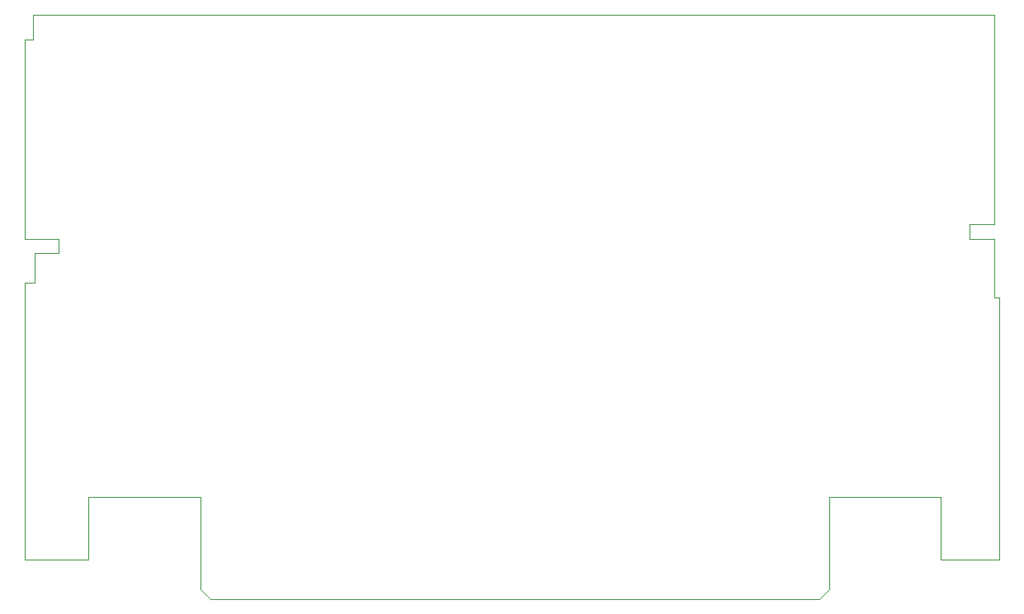
<source format=gbr>
G04 #@! TF.GenerationSoftware,KiCad,Pcbnew,(5.1.7)-1*
G04 #@! TF.CreationDate,2021-02-09T20:34:42-06:00*
G04 #@! TF.ProjectId,ConsolePedalTremolo,436f6e73-6f6c-4655-9065-64616c547265,rev?*
G04 #@! TF.SameCoordinates,Original*
G04 #@! TF.FileFunction,Profile,NP*
%FSLAX46Y46*%
G04 Gerber Fmt 4.6, Leading zero omitted, Abs format (unit mm)*
G04 Created by KiCad (PCBNEW (5.1.7)-1) date 2021-02-09 20:34:42*
%MOMM*%
%LPD*%
G01*
G04 APERTURE LIST*
G04 #@! TA.AperFunction,Profile*
%ADD10C,0.100000*%
G04 #@! TD*
G04 APERTURE END LIST*
D10*
X182000000Y-70000000D02*
X83300000Y-70000000D01*
X182000000Y-70000000D02*
X182000000Y-91500000D01*
X182000000Y-91500000D02*
X179400000Y-91500000D01*
X179400000Y-93000000D02*
X179400000Y-91500000D01*
X182000000Y-93000000D02*
X179400000Y-93000000D01*
X83300000Y-72500000D02*
X83300000Y-70000000D01*
X82500000Y-72500000D02*
X83300000Y-72500000D01*
X82500000Y-93000000D02*
X82500000Y-72500000D01*
X86000000Y-93000000D02*
X82500000Y-93000000D01*
X182000000Y-93000000D02*
X182000000Y-99000000D01*
X182500000Y-99000000D02*
X182000000Y-99000000D01*
X182500000Y-126000000D02*
X182500000Y-99000000D01*
X182500000Y-126000000D02*
X176500000Y-126000000D01*
X176500000Y-119500000D02*
X176500000Y-126000000D01*
X176500000Y-119500000D02*
X165000000Y-119500000D01*
X165000000Y-129000000D02*
X165000000Y-119500000D01*
X165000000Y-129000000D02*
X164000000Y-130000000D01*
X86000000Y-94500000D02*
X86000000Y-93000000D01*
X83500000Y-94500000D02*
X86000000Y-94500000D01*
X83500000Y-97500000D02*
X83500000Y-94500000D01*
X82500000Y-97500000D02*
X83500000Y-97500000D01*
X82500000Y-126000000D02*
X82500000Y-97500000D01*
X89000000Y-126000000D02*
X82500000Y-126000000D01*
X89000000Y-119500000D02*
X89000000Y-126000000D01*
X100500000Y-119500000D02*
X89000000Y-119500000D01*
X100500000Y-129000000D02*
X100500000Y-119500000D01*
X100500000Y-129000000D02*
X101500000Y-130000000D01*
X164000000Y-130000000D02*
X101500000Y-130000000D01*
M02*

</source>
